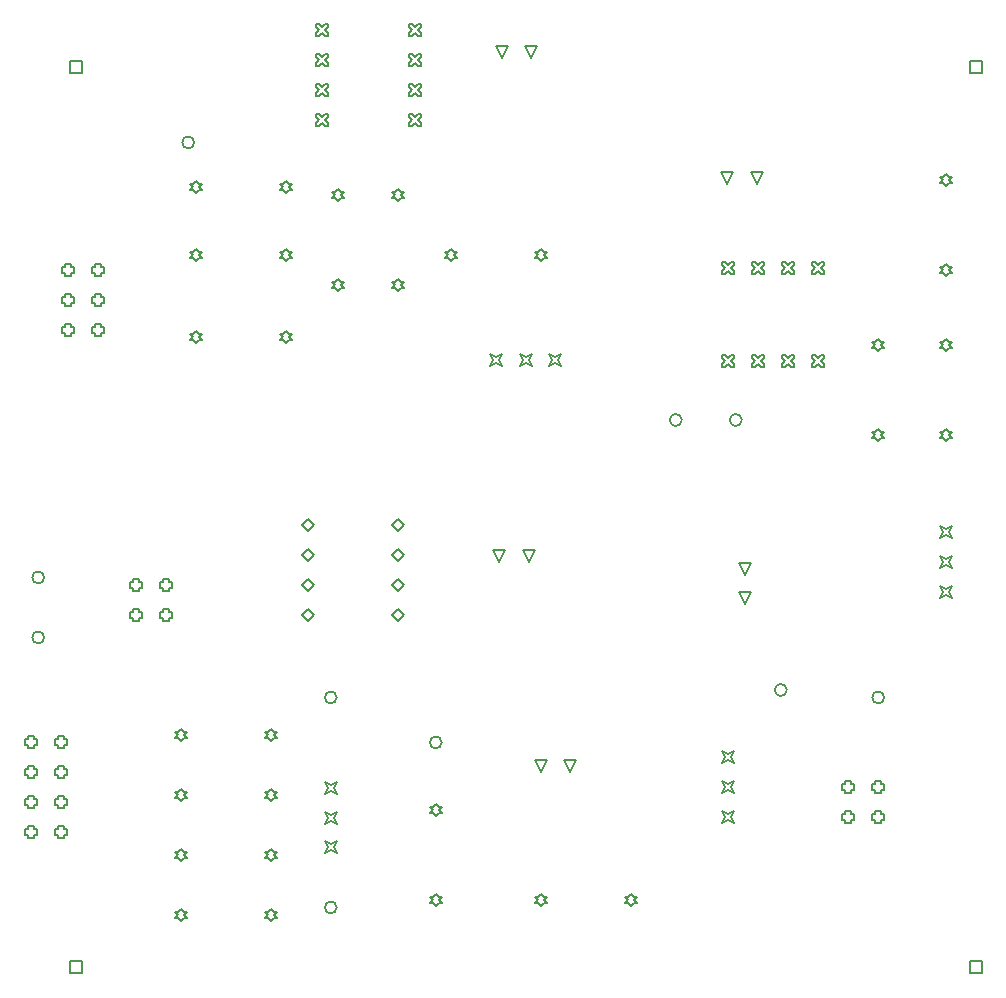
<source format=gbr>
G04 Layer_Color=2752767*
%FSLAX23Y23*%
%MOIN*%
%TF.FileFunction,Drawing*%
%TF.Part,Single*%
G01*
G75*
%TA.AperFunction,NonConductor*%
%ADD47C,0.005*%
%ADD78C,0.007*%
D47*
X1230Y1230D02*
Y1270D01*
X1270D01*
Y1230D01*
X1230D01*
X1580Y1415D02*
X1590D01*
X1600Y1405D01*
X1610Y1415D01*
X1620D01*
X1610Y1425D01*
X1620Y1435D01*
X1610D01*
X1600Y1445D01*
X1590Y1435D01*
X1580D01*
X1590Y1425D01*
X1580Y1415D01*
X1600Y1605D02*
X1610Y1615D01*
X1620D01*
X1610Y1625D01*
X1620Y1635D01*
X1610D01*
X1600Y1645D01*
X1590Y1635D01*
X1580D01*
X1590Y1625D01*
X1580Y1615D01*
X1590D01*
X1600Y1605D01*
X1880Y1435D02*
X1890Y1425D01*
X1880Y1415D01*
X1890D01*
X1900Y1405D01*
X1910Y1415D01*
X1920D01*
X1910Y1425D01*
X1920Y1435D01*
X1910D01*
X1900Y1445D01*
X1890Y1435D01*
X1880D01*
X2080Y1630D02*
X2090Y1650D01*
X2080Y1670D01*
X2100Y1660D01*
X2120Y1670D01*
X2110Y1650D01*
X2120Y1630D01*
X2100Y1640D01*
X2080Y1630D01*
X2100Y1738D02*
X2080Y1728D01*
X2090Y1748D01*
X2080Y1768D01*
X2100Y1758D01*
X2120Y1768D01*
X2110Y1748D01*
X2120Y1728D01*
X2100Y1738D01*
Y1837D02*
X2080Y1827D01*
X2090Y1847D01*
X2080Y1867D01*
X2100Y1857D01*
X2120Y1867D01*
X2110Y1847D01*
X2120Y1827D01*
X2100Y1837D01*
X1920Y2015D02*
X1910Y2025D01*
X1920Y2035D01*
X1910D01*
X1900Y2045D01*
X1890Y2035D01*
X1880D01*
X1890Y2025D01*
X1880Y2015D01*
X1890D01*
X1900Y2005D01*
X1910Y2015D01*
X1920D01*
X1890Y1835D02*
X1880D01*
X1890Y1825D01*
X1880Y1815D01*
X1890D01*
X1900Y1805D01*
X1910Y1815D01*
X1920D01*
X1910Y1825D01*
X1920Y1835D01*
X1910D01*
X1900Y1845D01*
X1890Y1835D01*
Y1635D02*
X1880D01*
X1890Y1625D01*
X1880Y1615D01*
X1890D01*
X1900Y1605D01*
X1910Y1615D01*
X1920D01*
X1910Y1625D01*
X1920Y1635D01*
X1910D01*
X1900Y1645D01*
X1890Y1635D01*
X1620Y1815D02*
X1610Y1825D01*
X1620Y1835D01*
X1610D01*
X1600Y1845D01*
X1590Y1835D01*
X1580D01*
X1590Y1825D01*
X1580Y1815D01*
X1590D01*
X1600Y1805D01*
X1610Y1815D01*
X1620D01*
Y2015D02*
X1610Y2025D01*
X1620Y2035D01*
X1610D01*
X1600Y2045D01*
X1590Y2035D01*
X1580D01*
X1590Y2025D01*
X1580Y2015D01*
X1590D01*
X1600Y2005D01*
X1610Y2015D01*
X1620D01*
X2005Y2425D02*
X2025Y2445D01*
X2045Y2425D01*
X2025Y2405D01*
X2005Y2425D01*
Y2525D02*
X2025Y2545D01*
X2045Y2525D01*
X2025Y2505D01*
X2005Y2525D01*
Y2625D02*
X2025Y2645D01*
X2045Y2625D01*
X2025Y2605D01*
X2005Y2625D01*
Y2725D02*
X2025Y2745D01*
X2045Y2725D01*
X2025Y2705D01*
X2005Y2725D01*
X2305Y2425D02*
X2325Y2445D01*
X2345Y2425D01*
X2325Y2405D01*
X2305Y2425D01*
Y2525D02*
X2325Y2545D01*
X2345Y2525D01*
X2325Y2505D01*
X2305Y2525D01*
Y2625D02*
X2325Y2645D01*
X2345Y2625D01*
X2325Y2605D01*
X2305Y2625D01*
Y2725D02*
X2325Y2745D01*
X2345Y2725D01*
X2325Y2705D01*
X2305Y2725D01*
X2642Y2640D02*
X2682D01*
X2662Y2600D01*
X2642Y2640D01*
X2740D02*
X2780D01*
X2760Y2600D01*
X2740Y2640D01*
X2828Y3255D02*
X2838Y3275D01*
X2828Y3295D01*
X2848Y3285D01*
X2868Y3295D01*
X2858Y3275D01*
X2868Y3255D01*
X2848Y3265D01*
X2828Y3255D01*
X2770D02*
X2750Y3265D01*
X2730Y3255D01*
X2740Y3275D01*
X2730Y3295D01*
X2750Y3285D01*
X2770Y3295D01*
X2760Y3275D01*
X2770Y3255D01*
X2672D02*
X2652Y3265D01*
X2632Y3255D01*
X2642Y3275D01*
X2632Y3295D01*
X2652Y3285D01*
X2672Y3295D01*
X2662Y3275D01*
X2672Y3255D01*
X2345Y3515D02*
X2335Y3525D01*
X2345Y3535D01*
X2335D01*
X2325Y3545D01*
X2315Y3535D01*
X2305D01*
X2315Y3525D01*
X2305Y3515D01*
X2315D01*
X2325Y3505D01*
X2335Y3515D01*
X2345D01*
X2480Y3615D02*
X2490D01*
X2500Y3605D01*
X2510Y3615D01*
X2520D01*
X2510Y3625D01*
X2520Y3635D01*
X2510D01*
X2500Y3645D01*
X2490Y3635D01*
X2480D01*
X2490Y3625D01*
X2480Y3615D01*
X2345Y3815D02*
X2335Y3825D01*
X2345Y3835D01*
X2335D01*
X2325Y3845D01*
X2315Y3835D01*
X2305D01*
X2315Y3825D01*
X2305Y3815D01*
X2315D01*
X2325Y3805D01*
X2335Y3815D01*
X2345D01*
X2360Y4055D02*
X2370D01*
X2380Y4065D01*
X2390Y4055D01*
X2400D01*
Y4065D01*
X2390Y4075D01*
X2400Y4085D01*
Y4095D01*
X2390D01*
X2380Y4085D01*
X2370Y4095D01*
X2360D01*
Y4085D01*
X2370Y4075D01*
X2360Y4065D01*
Y4055D01*
Y4155D02*
X2370D01*
X2380Y4165D01*
X2390Y4155D01*
X2400D01*
Y4165D01*
X2390Y4175D01*
X2400Y4185D01*
Y4195D01*
X2390D01*
X2380Y4185D01*
X2370Y4195D01*
X2360D01*
Y4185D01*
X2370Y4175D01*
X2360Y4165D01*
Y4155D01*
Y4255D02*
X2370D01*
X2380Y4265D01*
X2390Y4255D01*
X2400D01*
Y4265D01*
X2390Y4275D01*
X2400Y4285D01*
Y4295D01*
X2390D01*
X2380Y4285D01*
X2370Y4295D01*
X2360D01*
Y4285D01*
X2370Y4275D01*
X2360Y4265D01*
Y4255D01*
Y4355D02*
X2370D01*
X2380Y4365D01*
X2390Y4355D01*
X2400D01*
Y4365D01*
X2390Y4375D01*
X2400Y4385D01*
Y4395D01*
X2390D01*
X2380Y4385D01*
X2370Y4395D01*
X2360D01*
Y4385D01*
X2370Y4375D01*
X2360Y4365D01*
Y4355D01*
X2671Y4280D02*
X2651Y4320D01*
X2691D01*
X2671Y4280D01*
X2769D02*
X2749Y4320D01*
X2789D01*
X2769Y4280D01*
X2780Y3635D02*
X2790Y3625D01*
X2780Y3615D01*
X2790D01*
X2800Y3605D01*
X2810Y3615D01*
X2820D01*
X2810Y3625D01*
X2820Y3635D01*
X2810D01*
X2800Y3645D01*
X2790Y3635D01*
X2780D01*
X2145Y3815D02*
X2135Y3825D01*
X2145Y3835D01*
X2135D01*
X2125Y3845D01*
X2115Y3835D01*
X2105D01*
X2115Y3825D01*
X2105Y3815D01*
X2115D01*
X2125Y3805D01*
X2135Y3815D01*
X2145D01*
X2090Y4055D02*
Y4065D01*
X2080Y4075D01*
X2090Y4085D01*
Y4095D01*
X2080D01*
X2070Y4085D01*
X2060Y4095D01*
X2050D01*
Y4085D01*
X2060Y4075D01*
X2050Y4065D01*
Y4055D01*
X2060D01*
X2070Y4065D01*
X2080Y4055D01*
X2090D01*
Y4155D02*
Y4165D01*
X2080Y4175D01*
X2090Y4185D01*
Y4195D01*
X2080D01*
X2070Y4185D01*
X2060Y4195D01*
X2050D01*
Y4185D01*
X2060Y4175D01*
X2050Y4165D01*
Y4155D01*
X2060D01*
X2070Y4165D01*
X2080Y4155D01*
X2090D01*
Y4255D02*
Y4265D01*
X2080Y4275D01*
X2090Y4285D01*
Y4295D01*
X2080D01*
X2070Y4285D01*
X2060Y4295D01*
X2050D01*
Y4285D01*
X2060Y4275D01*
X2050Y4265D01*
Y4255D01*
X2060D01*
X2070Y4265D01*
X2080Y4255D01*
X2090D01*
Y4355D02*
Y4365D01*
X2080Y4375D01*
X2090Y4385D01*
Y4395D01*
X2080D01*
X2070Y4385D01*
X2060Y4395D01*
X2050D01*
Y4385D01*
X2060Y4375D01*
X2050Y4365D01*
Y4355D01*
X2060D01*
X2070Y4365D01*
X2080Y4355D01*
X2090D01*
X1670Y3860D02*
X1660D01*
X1650Y3870D01*
X1640Y3860D01*
X1630D01*
X1640Y3850D01*
X1630Y3840D01*
X1640D01*
X1650Y3830D01*
X1660Y3840D01*
X1670D01*
X1660Y3850D01*
X1670Y3860D01*
Y3635D02*
X1660D01*
X1650Y3645D01*
X1640Y3635D01*
X1630D01*
X1640Y3625D01*
X1630Y3615D01*
X1640D01*
X1650Y3605D01*
X1660Y3615D01*
X1670D01*
X1660Y3625D01*
X1670Y3635D01*
Y3360D02*
X1660D01*
X1650Y3370D01*
X1640Y3360D01*
X1630D01*
X1640Y3350D01*
X1630Y3340D01*
X1640D01*
X1650Y3330D01*
X1660Y3340D01*
X1670D01*
X1660Y3350D01*
X1670Y3360D01*
X1930D02*
X1940Y3350D01*
X1930Y3340D01*
X1940D01*
X1950Y3330D01*
X1960Y3340D01*
X1970D01*
X1960Y3350D01*
X1970Y3360D01*
X1960D01*
X1950Y3370D01*
X1940Y3360D01*
X1930D01*
X2105Y3515D02*
X2115D01*
X2125Y3505D01*
X2135Y3515D01*
X2145D01*
X2135Y3525D01*
X2145Y3535D01*
X2135D01*
X2125Y3545D01*
X2115Y3535D01*
X2105D01*
X2115Y3525D01*
X2105Y3515D01*
X1970Y3615D02*
X1960Y3625D01*
X1970Y3635D01*
X1960D01*
X1950Y3645D01*
X1940Y3635D01*
X1930D01*
X1940Y3625D01*
X1930Y3615D01*
X1940D01*
X1950Y3605D01*
X1960Y3615D01*
X1970D01*
Y3840D02*
X1960Y3850D01*
X1970Y3860D01*
X1960D01*
X1950Y3870D01*
X1940Y3860D01*
X1930D01*
X1940Y3850D01*
X1930Y3840D01*
X1940D01*
X1950Y3830D01*
X1960Y3840D01*
X1970D01*
X1345Y3585D02*
X1335D01*
Y3595D01*
X1315D01*
Y3585D01*
X1305D01*
Y3565D01*
X1315D01*
Y3555D01*
X1335D01*
Y3565D01*
X1345D01*
Y3585D01*
Y3485D02*
X1335D01*
Y3495D01*
X1315D01*
Y3485D01*
X1305D01*
Y3465D01*
X1315D01*
Y3455D01*
X1335D01*
Y3465D01*
X1345D01*
Y3485D01*
Y3385D02*
X1335D01*
Y3395D01*
X1315D01*
Y3385D01*
X1305D01*
Y3365D01*
X1315D01*
Y3355D01*
X1335D01*
Y3365D01*
X1345D01*
Y3385D01*
X1235Y3455D02*
Y3465D01*
X1245D01*
Y3485D01*
X1235D01*
Y3495D01*
X1215D01*
Y3485D01*
X1205D01*
Y3465D01*
X1215D01*
Y3455D01*
X1235D01*
Y3395D02*
X1215D01*
Y3385D01*
X1205D01*
Y3365D01*
X1215D01*
Y3355D01*
X1235D01*
Y3365D01*
X1245D01*
Y3385D01*
X1235D01*
Y3395D01*
Y3555D02*
Y3565D01*
X1245D01*
Y3585D01*
X1235D01*
Y3595D01*
X1215D01*
Y3585D01*
X1205D01*
Y3565D01*
X1215D01*
Y3555D01*
X1235D01*
X1230Y4230D02*
Y4270D01*
X1270D01*
Y4230D01*
X1230D01*
X1440Y2545D02*
Y2535D01*
X1430D01*
Y2515D01*
X1440D01*
Y2505D01*
X1460D01*
Y2515D01*
X1470D01*
Y2535D01*
X1460D01*
Y2545D01*
X1440D01*
Y2445D02*
Y2435D01*
X1430D01*
Y2415D01*
X1440D01*
Y2405D01*
X1460D01*
Y2415D01*
X1470D01*
Y2435D01*
X1460D01*
Y2445D01*
X1440D01*
X1540D02*
Y2435D01*
X1530D01*
Y2415D01*
X1540D01*
Y2405D01*
X1560D01*
Y2415D01*
X1570D01*
Y2435D01*
X1560D01*
Y2445D01*
X1540D01*
Y2505D02*
X1560D01*
Y2515D01*
X1570D01*
Y2535D01*
X1560D01*
Y2545D01*
X1540D01*
Y2535D01*
X1530D01*
Y2515D01*
X1540D01*
Y2505D01*
X1190Y2020D02*
Y2010D01*
X1180D01*
Y1990D01*
X1190D01*
Y1980D01*
X1210D01*
Y1990D01*
X1220D01*
Y2010D01*
X1210D01*
Y2020D01*
X1190D01*
X1120Y2010D02*
X1110D01*
Y2020D01*
X1090D01*
Y2010D01*
X1080D01*
Y1990D01*
X1090D01*
Y1980D01*
X1110D01*
Y1990D01*
X1120D01*
Y2010D01*
Y1910D02*
X1110D01*
Y1920D01*
X1090D01*
Y1910D01*
X1080D01*
Y1890D01*
X1090D01*
Y1880D01*
X1110D01*
Y1890D01*
X1120D01*
Y1910D01*
X1180D02*
Y1890D01*
X1190D01*
Y1880D01*
X1210D01*
Y1890D01*
X1220D01*
Y1910D01*
X1210D01*
Y1920D01*
X1190D01*
Y1910D01*
X1180D01*
X1190Y1820D02*
Y1810D01*
X1180D01*
Y1790D01*
X1190D01*
Y1780D01*
X1210D01*
Y1790D01*
X1220D01*
Y1810D01*
X1210D01*
Y1820D01*
X1190D01*
X1120Y1810D02*
X1110D01*
Y1820D01*
X1090D01*
Y1810D01*
X1080D01*
Y1790D01*
X1090D01*
Y1780D01*
X1110D01*
Y1790D01*
X1120D01*
Y1810D01*
Y1710D02*
X1110D01*
Y1720D01*
X1090D01*
Y1710D01*
X1080D01*
Y1690D01*
X1090D01*
Y1680D01*
X1110D01*
Y1690D01*
X1120D01*
Y1710D01*
X1180D02*
Y1690D01*
X1190D01*
Y1680D01*
X1210D01*
Y1690D01*
X1220D01*
Y1710D01*
X1210D01*
Y1720D01*
X1190D01*
Y1710D01*
X1180D01*
X2430Y1485D02*
X2440Y1475D01*
X2430Y1465D01*
X2440D01*
X2450Y1455D01*
X2460Y1465D01*
X2470D01*
X2460Y1475D01*
X2470Y1485D01*
X2460D01*
X2450Y1495D01*
X2440Y1485D01*
X2430D01*
X2780D02*
X2790Y1475D01*
X2780Y1465D01*
X2790D01*
X2800Y1455D01*
X2810Y1465D01*
X2820D01*
X2810Y1475D01*
X2820Y1485D01*
X2810D01*
X2800Y1495D01*
X2790Y1485D01*
X2780D01*
X3080D02*
X3090Y1475D01*
X3080Y1465D01*
X3090D01*
X3100Y1455D01*
X3110Y1465D01*
X3120D01*
X3110Y1475D01*
X3120Y1485D01*
X3110D01*
X3100Y1495D01*
X3090Y1485D01*
X3080D01*
X3405Y1733D02*
X3415Y1753D01*
X3405Y1773D01*
X3425Y1763D01*
X3445Y1773D01*
X3435Y1753D01*
X3445Y1733D01*
X3425Y1743D01*
X3405Y1733D01*
Y1832D02*
X3415Y1852D01*
X3405Y1872D01*
X3425Y1862D01*
X3445Y1872D01*
X3435Y1852D01*
X3445Y1832D01*
X3425Y1842D01*
X3405Y1832D01*
Y1930D02*
X3415Y1950D01*
X3405Y1970D01*
X3425Y1960D01*
X3445Y1970D01*
X3435Y1950D01*
X3445Y1930D01*
X3425Y1940D01*
X3405Y1930D01*
X3815Y1770D02*
Y1760D01*
X3805D01*
Y1740D01*
X3815D01*
Y1730D01*
X3835D01*
Y1740D01*
X3845D01*
Y1760D01*
X3835D01*
Y1770D01*
X3815D01*
X3915D02*
Y1760D01*
X3905D01*
Y1740D01*
X3915D01*
Y1730D01*
X3935D01*
Y1740D01*
X3945D01*
Y1760D01*
X3935D01*
Y1770D01*
X3915D01*
Y1830D02*
X3935D01*
Y1840D01*
X3945D01*
Y1860D01*
X3935D01*
Y1870D01*
X3915D01*
Y1860D01*
X3905D01*
Y1840D01*
X3915D01*
Y1830D01*
X3835D02*
Y1840D01*
X3845D01*
Y1860D01*
X3835D01*
Y1870D01*
X3815D01*
Y1860D01*
X3805D01*
Y1840D01*
X3815D01*
Y1830D01*
X3835D01*
X4230Y1270D02*
X4270D01*
Y1230D01*
X4230D01*
Y1270D01*
X4170Y2483D02*
X4150Y2493D01*
X4130Y2483D01*
X4140Y2503D01*
X4130Y2523D01*
X4150Y2513D01*
X4170Y2523D01*
X4160Y2503D01*
X4170Y2483D01*
Y2582D02*
X4150Y2592D01*
X4130Y2582D01*
X4140Y2602D01*
X4130Y2622D01*
X4150Y2612D01*
X4170Y2622D01*
X4160Y2602D01*
X4170Y2582D01*
Y2680D02*
X4150Y2690D01*
X4130Y2680D01*
X4140Y2700D01*
X4130Y2720D01*
X4150Y2710D01*
X4170Y2720D01*
X4160Y2700D01*
X4170Y2680D01*
Y3015D02*
X4160Y3025D01*
X4170Y3035D01*
X4160D01*
X4150Y3045D01*
X4140Y3035D01*
X4130D01*
X4140Y3025D01*
X4130Y3015D01*
X4140D01*
X4150Y3005D01*
X4160Y3015D01*
X4170D01*
X3945D02*
X3935Y3025D01*
X3945Y3035D01*
X3935D01*
X3925Y3045D01*
X3915Y3035D01*
X3905D01*
X3915Y3025D01*
X3905Y3015D01*
X3915D01*
X3925Y3005D01*
X3935Y3015D01*
X3945D01*
X3745Y3250D02*
Y3260D01*
X3735Y3270D01*
X3745Y3280D01*
Y3290D01*
X3735D01*
X3725Y3280D01*
X3715Y3290D01*
X3705D01*
Y3280D01*
X3715Y3270D01*
X3705Y3260D01*
Y3250D01*
X3715D01*
X3725Y3260D01*
X3735Y3250D01*
X3745D01*
X3645D02*
Y3260D01*
X3635Y3270D01*
X3645Y3280D01*
Y3290D01*
X3635D01*
X3625Y3280D01*
X3615Y3290D01*
X3605D01*
Y3280D01*
X3615Y3270D01*
X3605Y3260D01*
Y3250D01*
X3615D01*
X3625Y3260D01*
X3635Y3250D01*
X3645D01*
X3545D02*
Y3260D01*
X3535Y3270D01*
X3545Y3280D01*
Y3290D01*
X3535D01*
X3525Y3280D01*
X3515Y3290D01*
X3505D01*
Y3280D01*
X3515Y3270D01*
X3505Y3260D01*
Y3250D01*
X3515D01*
X3525Y3260D01*
X3535Y3250D01*
X3545D01*
X3445D02*
Y3260D01*
X3435Y3270D01*
X3445Y3280D01*
Y3290D01*
X3435D01*
X3425Y3280D01*
X3415Y3290D01*
X3405D01*
Y3280D01*
X3415Y3270D01*
X3405Y3260D01*
Y3250D01*
X3415D01*
X3425Y3260D01*
X3435Y3250D01*
X3445D01*
X3705Y3560D02*
X3715D01*
X3725Y3570D01*
X3735Y3560D01*
X3745D01*
Y3570D01*
X3735Y3580D01*
X3745Y3590D01*
Y3600D01*
X3735D01*
X3725Y3590D01*
X3715Y3600D01*
X3705D01*
Y3590D01*
X3715Y3580D01*
X3705Y3570D01*
Y3560D01*
X3645D02*
Y3570D01*
X3635Y3580D01*
X3645Y3590D01*
Y3600D01*
X3635D01*
X3625Y3590D01*
X3615Y3600D01*
X3605D01*
Y3590D01*
X3615Y3580D01*
X3605Y3570D01*
Y3560D01*
X3615D01*
X3625Y3570D01*
X3635Y3560D01*
X3645D01*
X3545D02*
Y3570D01*
X3535Y3580D01*
X3545Y3590D01*
Y3600D01*
X3535D01*
X3525Y3590D01*
X3515Y3600D01*
X3505D01*
Y3590D01*
X3515Y3580D01*
X3505Y3570D01*
Y3560D01*
X3515D01*
X3525Y3570D01*
X3535Y3560D01*
X3545D01*
X3445D02*
Y3570D01*
X3435Y3580D01*
X3445Y3590D01*
Y3600D01*
X3435D01*
X3425Y3590D01*
X3415Y3600D01*
X3405D01*
Y3590D01*
X3415Y3580D01*
X3405Y3570D01*
Y3560D01*
X3415D01*
X3425Y3570D01*
X3435Y3560D01*
X3445D01*
X3520Y3860D02*
X3500Y3900D01*
X3540D01*
X3520Y3860D01*
X3442Y3900D02*
X3422Y3860D01*
X3402Y3900D01*
X3442D01*
X3905Y3335D02*
X3915Y3325D01*
X3905Y3315D01*
X3915D01*
X3925Y3305D01*
X3935Y3315D01*
X3945D01*
X3935Y3325D01*
X3945Y3335D01*
X3935D01*
X3925Y3345D01*
X3915Y3335D01*
X3905D01*
X4130D02*
X4140Y3325D01*
X4130Y3315D01*
X4140D01*
X4150Y3305D01*
X4160Y3315D01*
X4170D01*
X4160Y3325D01*
X4170Y3335D01*
X4160D01*
X4150Y3345D01*
X4140Y3335D01*
X4130D01*
Y3565D02*
X4140D01*
X4150Y3555D01*
X4160Y3565D01*
X4170D01*
X4160Y3575D01*
X4170Y3585D01*
X4160D01*
X4150Y3595D01*
X4140Y3585D01*
X4130D01*
X4140Y3575D01*
X4130Y3565D01*
Y3865D02*
X4140D01*
X4150Y3855D01*
X4160Y3865D01*
X4170D01*
X4160Y3875D01*
X4170Y3885D01*
X4160D01*
X4150Y3895D01*
X4140Y3885D01*
X4130D01*
X4140Y3875D01*
X4130Y3865D01*
X4230Y4230D02*
Y4270D01*
X4270D01*
Y4230D01*
X4230D01*
X3460Y2598D02*
X3500D01*
X3480Y2558D01*
X3460Y2598D01*
Y2500D02*
X3500D01*
X3480Y2460D01*
X3460Y2500D01*
X2918Y1940D02*
X2898Y1900D01*
X2878Y1940D01*
X2918D01*
X2820D02*
X2800Y1900D01*
X2780Y1940D01*
X2820D01*
X2470Y1785D02*
X2460D01*
X2450Y1795D01*
X2440Y1785D01*
X2430D01*
X2440Y1775D01*
X2430Y1765D01*
X2440D01*
X2450Y1755D01*
X2460Y1765D01*
X2470D01*
X2460Y1775D01*
X2470Y1785D01*
D78*
X2120Y1450D02*
G03*
X2120Y1450I-20J0D01*
G01*
X2470Y2000D02*
G03*
X2470Y2000I-20J0D01*
G01*
X2120Y2150D02*
G03*
X2120Y2150I-20J0D01*
G01*
X1145Y2550D02*
G03*
X1145Y2550I-20J0D01*
G01*
Y2350D02*
G03*
X1145Y2350I-20J0D01*
G01*
X1645Y4000D02*
G03*
X1645Y4000I-20J0D01*
G01*
X3270Y3075D02*
G03*
X3270Y3075I-20J0D01*
G01*
X3470D02*
G03*
X3470Y3075I-20J0D01*
G01*
X3620Y2175D02*
G03*
X3620Y2175I-20J0D01*
G01*
X3945Y2150D02*
G03*
X3945Y2150I-20J0D01*
G01*
%TF.MD5,d937d3899c609c12e99f6875dc23e5b6*%
M02*

</source>
